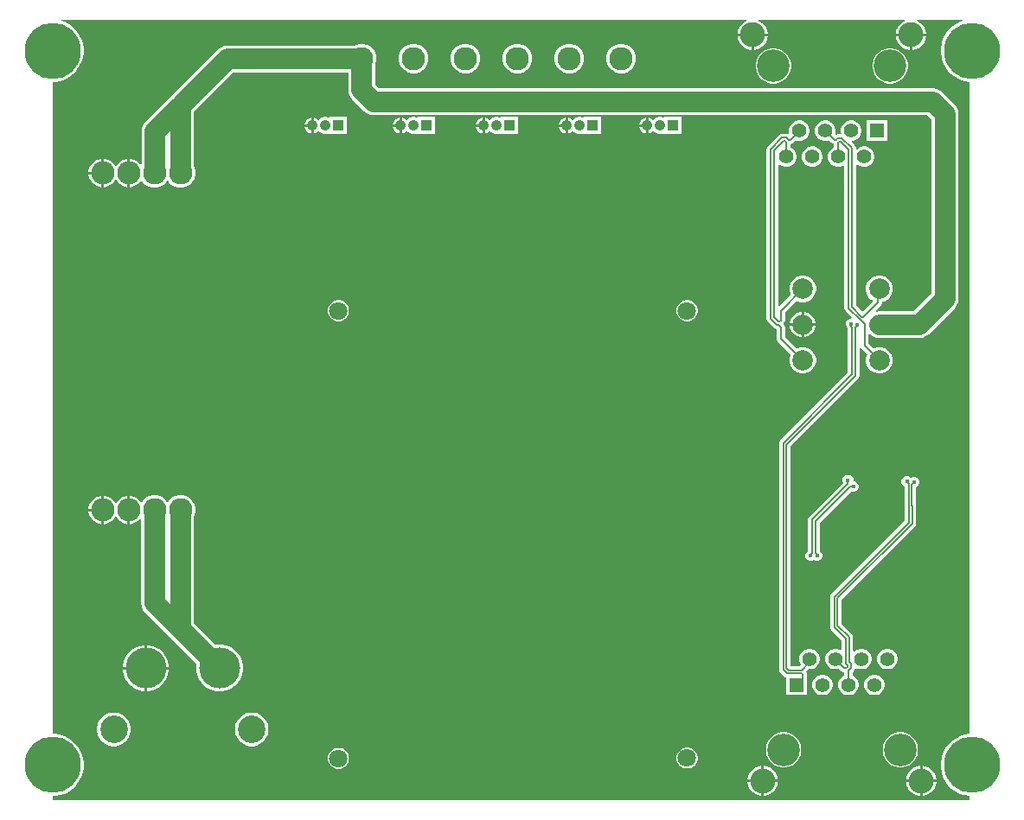
<source format=gbr>
%TF.GenerationSoftware,Altium Limited,Altium Designer,25.2.1 (25)*%
G04 Layer_Physical_Order=2*
G04 Layer_Color=16711680*
%FSLAX45Y45*%
%MOMM*%
%TF.SameCoordinates,918F7520-6D5E-4649-A0F8-73A0CF3CBC90*%
%TF.FilePolarity,Positive*%
%TF.FileFunction,Copper,L2,Bot,Signal*%
%TF.Part,Single*%
G01*
G75*
%TA.AperFunction,Conductor*%
%ADD16C,0.19691*%
%TA.AperFunction,ComponentPad*%
%ADD21C,1.40000*%
%ADD22C,2.45000*%
%ADD23C,3.20000*%
%ADD24R,1.40000X1.40000*%
%ADD25C,1.05000*%
%ADD26R,1.05000X1.05000*%
%ADD27C,1.80000*%
%ADD28C,2.28600*%
%ADD29C,2.70000*%
%ADD30C,4.00000*%
%TA.AperFunction,ViaPad*%
%ADD31C,5.50000*%
%TA.AperFunction,ComponentPad*%
%ADD32C,2.00000*%
%TA.AperFunction,ViaPad*%
%ADD33C,0.45000*%
%TA.AperFunction,Conductor*%
%ADD34C,2.00000*%
G36*
X9411991Y7792100D02*
X9382921Y7782654D01*
X9340145Y7760859D01*
X9301306Y7732641D01*
X9267359Y7698694D01*
X9239141Y7659855D01*
X9217346Y7617079D01*
X9202510Y7571421D01*
X9195000Y7524004D01*
Y7475996D01*
X9202510Y7428579D01*
X9217346Y7382921D01*
X9239141Y7340145D01*
X9267359Y7301306D01*
X9301306Y7267359D01*
X9340145Y7239141D01*
X9382921Y7217345D01*
X9428579Y7202510D01*
X9474734Y7195200D01*
Y804800D01*
X9428579Y797490D01*
X9382921Y782655D01*
X9340145Y760859D01*
X9301306Y732641D01*
X9267359Y698694D01*
X9239141Y659855D01*
X9217346Y617079D01*
X9202510Y571421D01*
X9195000Y524004D01*
Y475996D01*
X9202510Y428579D01*
X9217346Y382921D01*
X9239141Y340145D01*
X9267359Y301306D01*
X9301306Y267359D01*
X9340145Y239141D01*
X9382921Y217346D01*
X9428579Y202510D01*
X9474734Y195200D01*
Y152500D01*
X500000D01*
Y195000D01*
X524004D01*
X571421Y202510D01*
X617079Y217346D01*
X659855Y239141D01*
X698694Y267359D01*
X732641Y301306D01*
X760859Y340145D01*
X782655Y382921D01*
X797490Y428579D01*
X805000Y475996D01*
Y524004D01*
X797490Y571421D01*
X782655Y617079D01*
X760859Y659855D01*
X732641Y698694D01*
X698694Y732641D01*
X659855Y760859D01*
X617079Y782655D01*
X571421Y797490D01*
X524004Y805000D01*
X500000D01*
Y7195000D01*
X524004D01*
X571421Y7202510D01*
X617079Y7217345D01*
X659855Y7239141D01*
X698694Y7267359D01*
X732641Y7301306D01*
X760859Y7340145D01*
X782655Y7382921D01*
X797490Y7428579D01*
X805000Y7475996D01*
Y7524004D01*
X797490Y7571421D01*
X782655Y7617079D01*
X760859Y7659855D01*
X732641Y7698694D01*
X698694Y7732641D01*
X659855Y7760859D01*
X617079Y7782654D01*
X588009Y7792100D01*
X590021Y7804800D01*
X7295482D01*
X7298008Y7792100D01*
X7283443Y7786067D01*
X7259219Y7769881D01*
X7238619Y7749281D01*
X7222433Y7725057D01*
X7211284Y7698141D01*
X7205600Y7669567D01*
Y7667700D01*
X7353500D01*
X7501400D01*
Y7669567D01*
X7495716Y7698141D01*
X7484567Y7725057D01*
X7468381Y7749281D01*
X7447781Y7769881D01*
X7423557Y7786067D01*
X7408992Y7792100D01*
X7411519Y7804800D01*
X8845482D01*
X8848008Y7792100D01*
X8833443Y7786067D01*
X8809219Y7769881D01*
X8788619Y7749281D01*
X8772433Y7725057D01*
X8761284Y7698141D01*
X8755600Y7669567D01*
Y7667700D01*
X8903501D01*
X9051400D01*
Y7669567D01*
X9045716Y7698141D01*
X9034567Y7725057D01*
X9018381Y7749281D01*
X8997781Y7769881D01*
X8973557Y7786067D01*
X8958992Y7792100D01*
X8961519Y7804800D01*
X9409979D01*
X9411991Y7792100D01*
D02*
G37*
%LPC*%
G36*
X9051400Y7642300D02*
X8916201D01*
Y7507100D01*
X8918067D01*
X8946641Y7512784D01*
X8973557Y7523933D01*
X8997781Y7540119D01*
X9018381Y7560719D01*
X9034567Y7584943D01*
X9045716Y7611859D01*
X9051400Y7640433D01*
Y7642300D01*
D02*
G37*
G36*
X8890801D02*
X8755600D01*
Y7640433D01*
X8761284Y7611859D01*
X8772433Y7584943D01*
X8788619Y7560719D01*
X8809219Y7540119D01*
X8833443Y7523933D01*
X8860359Y7512784D01*
X8888933Y7507100D01*
X8890801D01*
Y7642300D01*
D02*
G37*
G36*
X7501400D02*
X7366200D01*
Y7507100D01*
X7368067D01*
X7396641Y7512784D01*
X7423557Y7523933D01*
X7447781Y7540119D01*
X7468381Y7560719D01*
X7484567Y7584943D01*
X7495716Y7611859D01*
X7501400Y7640433D01*
Y7642300D01*
D02*
G37*
G36*
X7340800D02*
X7205600D01*
Y7640433D01*
X7211284Y7611859D01*
X7222433Y7584943D01*
X7238619Y7560719D01*
X7259219Y7540119D01*
X7283443Y7523933D01*
X7310359Y7512784D01*
X7338933Y7507100D01*
X7340800D01*
Y7642300D01*
D02*
G37*
G36*
X6085398Y7567300D02*
X6047403D01*
X6010702Y7557466D01*
X5977798Y7538469D01*
X5950931Y7511602D01*
X5931934Y7478698D01*
X5922100Y7441997D01*
Y7404002D01*
X5931934Y7367302D01*
X5950931Y7334398D01*
X5977798Y7307531D01*
X6010702Y7288534D01*
X6047403Y7278700D01*
X6085398D01*
X6122098Y7288534D01*
X6155002Y7307531D01*
X6181869Y7334398D01*
X6200866Y7367302D01*
X6210700Y7404002D01*
Y7441997D01*
X6200866Y7478698D01*
X6181869Y7511602D01*
X6155002Y7538469D01*
X6122098Y7557466D01*
X6085398Y7567300D01*
D02*
G37*
G36*
X5577398D02*
X5539403D01*
X5502702Y7557466D01*
X5469798Y7538469D01*
X5442931Y7511602D01*
X5423934Y7478698D01*
X5414100Y7441997D01*
Y7404002D01*
X5423934Y7367302D01*
X5442931Y7334398D01*
X5469798Y7307531D01*
X5502702Y7288534D01*
X5539403Y7278700D01*
X5577398D01*
X5614098Y7288534D01*
X5647002Y7307531D01*
X5673869Y7334398D01*
X5692866Y7367302D01*
X5702700Y7404002D01*
Y7441997D01*
X5692866Y7478698D01*
X5673869Y7511602D01*
X5647002Y7538469D01*
X5614098Y7557466D01*
X5577398Y7567300D01*
D02*
G37*
G36*
X5069398D02*
X5031403D01*
X4994702Y7557466D01*
X4961798Y7538469D01*
X4934931Y7511602D01*
X4915934Y7478698D01*
X4906100Y7441997D01*
Y7404002D01*
X4915934Y7367302D01*
X4934931Y7334398D01*
X4961798Y7307531D01*
X4994702Y7288534D01*
X5031403Y7278700D01*
X5069398D01*
X5106098Y7288534D01*
X5139002Y7307531D01*
X5165869Y7334398D01*
X5184866Y7367302D01*
X5194700Y7404002D01*
Y7441997D01*
X5184866Y7478698D01*
X5165869Y7511602D01*
X5139002Y7538469D01*
X5106098Y7557466D01*
X5069398Y7567300D01*
D02*
G37*
G36*
X4561398D02*
X4523403D01*
X4486702Y7557466D01*
X4453798Y7538469D01*
X4426931Y7511602D01*
X4407934Y7478698D01*
X4398100Y7441997D01*
Y7404002D01*
X4407934Y7367302D01*
X4426931Y7334398D01*
X4453798Y7307531D01*
X4486702Y7288534D01*
X4523403Y7278700D01*
X4561398D01*
X4598098Y7288534D01*
X4631002Y7307531D01*
X4657869Y7334398D01*
X4676866Y7367302D01*
X4686700Y7404002D01*
Y7441997D01*
X4676866Y7478698D01*
X4657869Y7511602D01*
X4631002Y7538469D01*
X4598098Y7557466D01*
X4561398Y7567300D01*
D02*
G37*
G36*
X4053398D02*
X4015403D01*
X3978702Y7557466D01*
X3945798Y7538469D01*
X3918931Y7511602D01*
X3899934Y7478698D01*
X3890100Y7441997D01*
Y7404002D01*
X3899934Y7367302D01*
X3918931Y7334398D01*
X3945798Y7307531D01*
X3978702Y7288534D01*
X4015403Y7278700D01*
X4053398D01*
X4090098Y7288534D01*
X4123002Y7307531D01*
X4149869Y7334398D01*
X4168866Y7367302D01*
X4178700Y7404002D01*
Y7441997D01*
X4168866Y7478698D01*
X4149869Y7511602D01*
X4123002Y7538469D01*
X4090098Y7557466D01*
X4053398Y7567300D01*
D02*
G37*
G36*
X8716941Y7522000D02*
X8683060D01*
X8649830Y7515390D01*
X8618528Y7502424D01*
X8590356Y7483601D01*
X8566399Y7459644D01*
X8547576Y7431473D01*
X8534610Y7400171D01*
X8528000Y7366941D01*
Y7333060D01*
X8534610Y7299829D01*
X8547576Y7268528D01*
X8566399Y7240356D01*
X8590356Y7216399D01*
X8618528Y7197576D01*
X8649830Y7184610D01*
X8683060Y7178000D01*
X8716941D01*
X8750171Y7184610D01*
X8781473Y7197576D01*
X8809644Y7216399D01*
X8833601Y7240356D01*
X8852425Y7268528D01*
X8865390Y7299829D01*
X8872000Y7333060D01*
Y7366941D01*
X8865390Y7400171D01*
X8852425Y7431473D01*
X8833601Y7459644D01*
X8809644Y7483601D01*
X8781473Y7502424D01*
X8750171Y7515390D01*
X8716941Y7522000D01*
D02*
G37*
G36*
X7573941D02*
X7540060D01*
X7506830Y7515390D01*
X7475528Y7502424D01*
X7447356Y7483601D01*
X7423399Y7459644D01*
X7404576Y7431473D01*
X7391610Y7400171D01*
X7385000Y7366941D01*
Y7333060D01*
X7391610Y7299829D01*
X7404576Y7268528D01*
X7423399Y7240356D01*
X7447356Y7216399D01*
X7475528Y7197576D01*
X7506830Y7184610D01*
X7540060Y7178000D01*
X7573941D01*
X7607171Y7184610D01*
X7638473Y7197576D01*
X7666644Y7216399D01*
X7690601Y7240356D01*
X7709425Y7268528D01*
X7722390Y7299829D01*
X7729000Y7333060D01*
Y7366941D01*
X7722390Y7400171D01*
X7709425Y7431473D01*
X7690601Y7459644D01*
X7666644Y7483601D01*
X7638473Y7502424D01*
X7607171Y7515390D01*
X7573941Y7522000D01*
D02*
G37*
G36*
X6656900Y6849300D02*
X6491900D01*
Y6849071D01*
X6480901Y6842721D01*
X6479244Y6843678D01*
X6458261Y6849300D01*
X6436539D01*
X6415556Y6843678D01*
X6396744Y6832816D01*
X6381384Y6817457D01*
X6380082Y6817285D01*
X6368232Y6829135D01*
X6350468Y6839391D01*
X6333100Y6844045D01*
Y6766800D01*
Y6689555D01*
X6350468Y6694209D01*
X6368232Y6704465D01*
X6380082Y6716315D01*
X6381384Y6716144D01*
X6396744Y6700784D01*
X6415556Y6689922D01*
X6436539Y6684300D01*
X6458261D01*
X6479244Y6689922D01*
X6480901Y6690879D01*
X6491900Y6684529D01*
Y6684300D01*
X6656900D01*
Y6849300D01*
D02*
G37*
G36*
X5869500D02*
X5704500D01*
Y6849071D01*
X5693501Y6842721D01*
X5691844Y6843678D01*
X5670861Y6849300D01*
X5649139D01*
X5628156Y6843678D01*
X5609344Y6832816D01*
X5593984Y6817457D01*
X5592682Y6817285D01*
X5580832Y6829135D01*
X5563068Y6839391D01*
X5545700Y6844045D01*
Y6766800D01*
Y6689555D01*
X5563068Y6694209D01*
X5580832Y6704465D01*
X5592682Y6716315D01*
X5593984Y6716144D01*
X5609344Y6700784D01*
X5628156Y6689922D01*
X5649139Y6684300D01*
X5670861D01*
X5691844Y6689922D01*
X5693501Y6690879D01*
X5704500Y6684529D01*
Y6684300D01*
X5869500D01*
Y6849300D01*
D02*
G37*
G36*
X5056700D02*
X4891700D01*
Y6849071D01*
X4880701Y6842721D01*
X4879044Y6843678D01*
X4858061Y6849300D01*
X4836339D01*
X4815356Y6843678D01*
X4796544Y6832816D01*
X4781184Y6817457D01*
X4779882Y6817285D01*
X4768032Y6829135D01*
X4750268Y6839391D01*
X4732900Y6844045D01*
Y6766800D01*
Y6689555D01*
X4750268Y6694209D01*
X4768032Y6704465D01*
X4779882Y6716315D01*
X4781184Y6716144D01*
X4796544Y6700784D01*
X4815356Y6689922D01*
X4836339Y6684300D01*
X4858061D01*
X4879044Y6689922D01*
X4880701Y6690879D01*
X4891700Y6684529D01*
Y6684300D01*
X5056700D01*
Y6849300D01*
D02*
G37*
G36*
X4243900D02*
X4078900D01*
Y6849071D01*
X4067901Y6842721D01*
X4066244Y6843678D01*
X4045261Y6849300D01*
X4023539D01*
X4002556Y6843678D01*
X3983744Y6832816D01*
X3968384Y6817457D01*
X3967082Y6817285D01*
X3955232Y6829135D01*
X3937468Y6839391D01*
X3920100Y6844045D01*
Y6766800D01*
Y6689555D01*
X3937468Y6694209D01*
X3955232Y6704465D01*
X3967082Y6716315D01*
X3968384Y6716144D01*
X3983744Y6700784D01*
X4002556Y6689922D01*
X4023539Y6684300D01*
X4045261D01*
X4066244Y6689922D01*
X4067901Y6690879D01*
X4078900Y6684529D01*
Y6684300D01*
X4243900D01*
Y6849300D01*
D02*
G37*
G36*
X3380300D02*
X3215300D01*
Y6849071D01*
X3204301Y6842721D01*
X3202644Y6843678D01*
X3181661Y6849300D01*
X3159939D01*
X3138956Y6843678D01*
X3120144Y6832816D01*
X3104784Y6817457D01*
X3103482Y6817285D01*
X3091632Y6829135D01*
X3073868Y6839391D01*
X3056500Y6844045D01*
Y6766800D01*
Y6689555D01*
X3073868Y6694209D01*
X3091632Y6704465D01*
X3103482Y6716315D01*
X3104784Y6716144D01*
X3120144Y6700784D01*
X3138956Y6689922D01*
X3159939Y6684300D01*
X3181661D01*
X3202644Y6689922D01*
X3204301Y6690879D01*
X3215300Y6684529D01*
Y6684300D01*
X3380300D01*
Y6849300D01*
D02*
G37*
G36*
X6307700Y6844045D02*
X6290332Y6839391D01*
X6272568Y6829135D01*
X6258065Y6814632D01*
X6247809Y6796868D01*
X6243155Y6779500D01*
X6307700D01*
Y6844045D01*
D02*
G37*
G36*
X5520300D02*
X5502932Y6839391D01*
X5485168Y6829135D01*
X5470665Y6814632D01*
X5460409Y6796868D01*
X5455755Y6779500D01*
X5520300D01*
Y6844045D01*
D02*
G37*
G36*
X4707500D02*
X4690132Y6839391D01*
X4672368Y6829135D01*
X4657865Y6814632D01*
X4647609Y6796868D01*
X4642955Y6779500D01*
X4707500D01*
Y6844045D01*
D02*
G37*
G36*
X3894700D02*
X3877332Y6839391D01*
X3859568Y6829135D01*
X3845065Y6814632D01*
X3834809Y6796868D01*
X3830155Y6779500D01*
X3894700D01*
Y6844045D01*
D02*
G37*
G36*
X3031100D02*
X3013732Y6839391D01*
X2995968Y6829135D01*
X2981465Y6814632D01*
X2971209Y6796868D01*
X2966555Y6779500D01*
X3031100D01*
Y6844045D01*
D02*
G37*
G36*
X6307700Y6754100D02*
X6243155D01*
X6247809Y6736732D01*
X6258065Y6718968D01*
X6272568Y6704465D01*
X6290332Y6694209D01*
X6307700Y6689555D01*
Y6754100D01*
D02*
G37*
G36*
X5520300D02*
X5455755D01*
X5460409Y6736732D01*
X5470665Y6718968D01*
X5485168Y6704465D01*
X5502932Y6694209D01*
X5520300Y6689555D01*
Y6754100D01*
D02*
G37*
G36*
X4707500D02*
X4642955D01*
X4647609Y6736732D01*
X4657865Y6718968D01*
X4672368Y6704465D01*
X4690132Y6694209D01*
X4707500Y6689555D01*
Y6754100D01*
D02*
G37*
G36*
X3894700D02*
X3830155D01*
X3834809Y6736732D01*
X3845065Y6718968D01*
X3859568Y6704465D01*
X3877332Y6694209D01*
X3894700Y6689555D01*
Y6754100D01*
D02*
G37*
G36*
X3031100D02*
X2966555D01*
X2971209Y6736732D01*
X2981465Y6718968D01*
X2995968Y6704465D01*
X3013732Y6694209D01*
X3031100Y6689555D01*
Y6754100D01*
D02*
G37*
G36*
X7824165Y6815000D02*
X7797835D01*
X7772402Y6808185D01*
X7749599Y6795020D01*
X7730980Y6776401D01*
X7717815Y6753598D01*
X7711000Y6728165D01*
Y6701835D01*
X7714004Y6690624D01*
X7702974Y6682720D01*
X7701429Y6683752D01*
X7685882Y6686845D01*
X7642737D01*
X7627190Y6683752D01*
X7614010Y6674946D01*
X7502536Y6563472D01*
X7493729Y6550292D01*
X7490637Y6534745D01*
Y4871256D01*
X7493729Y4855709D01*
X7502536Y4842530D01*
X7559994Y4785071D01*
X7573174Y4776264D01*
X7587158Y4773483D01*
X7589359Y4771282D01*
Y4680676D01*
X7592451Y4665129D01*
X7601258Y4651949D01*
X7728624Y4524583D01*
X7723679Y4516018D01*
X7714820Y4482955D01*
Y4448725D01*
X7723679Y4415662D01*
X7740795Y4386018D01*
X7764998Y4361814D01*
X7794642Y4344699D01*
X7827705Y4335840D01*
X7861935D01*
X7894998Y4344699D01*
X7924642Y4361814D01*
X7948846Y4386018D01*
X7965961Y4415662D01*
X7974820Y4448725D01*
Y4482955D01*
X7965961Y4516018D01*
X7948846Y4545662D01*
X7924642Y4569866D01*
X7894998Y4586981D01*
X7861935Y4595840D01*
X7827705D01*
X7794642Y4586981D01*
X7786078Y4582036D01*
X7670610Y4697503D01*
Y4788110D01*
X7667518Y4803657D01*
X7658711Y4816837D01*
Y4828996D01*
X7667518Y4842176D01*
X7670610Y4857723D01*
Y4934177D01*
X7786078Y5049644D01*
X7794642Y5044699D01*
X7827705Y5035840D01*
X7861935D01*
X7894998Y5044699D01*
X7924642Y5061814D01*
X7948846Y5086018D01*
X7965961Y5115662D01*
X7974820Y5148725D01*
Y5182955D01*
X7965961Y5216018D01*
X7948846Y5245662D01*
X7924642Y5269866D01*
X7894998Y5286981D01*
X7861935Y5295840D01*
X7827705D01*
X7794642Y5286981D01*
X7764998Y5269866D01*
X7740795Y5245662D01*
X7723679Y5216018D01*
X7714820Y5182955D01*
Y5148725D01*
X7723679Y5115662D01*
X7728624Y5107097D01*
X7616012Y4994485D01*
X7604279Y4999346D01*
Y6382707D01*
X7616012Y6387567D01*
X7622599Y6380980D01*
X7645402Y6367815D01*
X7670835Y6361000D01*
X7697165D01*
X7722598Y6367815D01*
X7745401Y6380980D01*
X7764020Y6399599D01*
X7777185Y6422402D01*
X7784000Y6447835D01*
Y6474165D01*
X7777185Y6499598D01*
X7764020Y6522401D01*
X7745401Y6541020D01*
X7724626Y6553015D01*
Y6586062D01*
X7737754Y6588673D01*
X7750933Y6597480D01*
X7774663Y6621209D01*
X7797835Y6615000D01*
X7824165D01*
X7849598Y6621815D01*
X7872401Y6634980D01*
X7891020Y6653599D01*
X7904185Y6676402D01*
X7911000Y6701835D01*
Y6728165D01*
X7904185Y6753598D01*
X7891020Y6776401D01*
X7872401Y6795020D01*
X7849598Y6808185D01*
X7824165Y6815000D01*
D02*
G37*
G36*
X8673000D02*
X8473000D01*
Y6615000D01*
X8673000D01*
Y6815000D01*
D02*
G37*
G36*
X1233300Y6441700D02*
X1227608D01*
X1192078Y6432180D01*
X1160222Y6413788D01*
X1134212Y6387778D01*
X1125350Y6372428D01*
X1112650D01*
X1103788Y6387778D01*
X1077778Y6413788D01*
X1045922Y6432180D01*
X1010392Y6441700D01*
X1004700D01*
Y6302000D01*
Y6162300D01*
X1010392D01*
X1045922Y6171821D01*
X1077778Y6190212D01*
X1103788Y6216222D01*
X1112650Y6231572D01*
X1125350D01*
X1134212Y6216222D01*
X1160222Y6190212D01*
X1192078Y6171821D01*
X1227608Y6162300D01*
X1233300D01*
Y6302000D01*
Y6441700D01*
D02*
G37*
G36*
X3545398Y7567300D02*
X3507403D01*
X3470702Y7557466D01*
X3455431Y7548649D01*
X2215028D01*
X2181091Y7544182D01*
X2149467Y7531082D01*
X2122310Y7510245D01*
X2122310Y7510244D01*
X1661283Y7049217D01*
X1661282Y7049216D01*
X1412755Y6800689D01*
X1391917Y6773533D01*
X1378818Y6741909D01*
X1374350Y6707972D01*
X1374351Y6707970D01*
Y6384491D01*
X1361651Y6381088D01*
X1357788Y6387778D01*
X1331778Y6413788D01*
X1299922Y6432180D01*
X1264392Y6441700D01*
X1258700D01*
Y6302000D01*
Y6162300D01*
X1264392D01*
X1299922Y6171821D01*
X1331778Y6190212D01*
X1357788Y6216222D01*
X1363994Y6226972D01*
X1376694D01*
X1384531Y6213398D01*
X1411398Y6186531D01*
X1444302Y6167534D01*
X1481003Y6157700D01*
X1518997D01*
X1555698Y6167534D01*
X1588602Y6186531D01*
X1615469Y6213398D01*
X1620650Y6222372D01*
X1633350D01*
X1638531Y6213398D01*
X1665398Y6186531D01*
X1698302Y6167534D01*
X1735003Y6157700D01*
X1772997D01*
X1809698Y6167534D01*
X1842602Y6186531D01*
X1869469Y6213398D01*
X1888466Y6246302D01*
X1898300Y6283003D01*
Y6320998D01*
X1888466Y6357698D01*
X1885122Y6363490D01*
Y6902188D01*
X2269340Y7286406D01*
X3395278D01*
Y7114660D01*
X3395278Y7114658D01*
X3399746Y7080721D01*
X3412845Y7049097D01*
X3433683Y7021940D01*
X3550840Y6904783D01*
X3577997Y6883945D01*
X3609621Y6870846D01*
X3643558Y6866378D01*
X3643560Y6866378D01*
X9066030D01*
X9106378Y6826030D01*
Y5124312D01*
X8929027Y4946962D01*
X8594820D01*
X8586300Y4945840D01*
X8577705D01*
X8569403Y4943615D01*
X8565133Y4943053D01*
X8559176Y4955056D01*
X8611697Y5007577D01*
X8620503Y5020757D01*
X8623596Y5036304D01*
Y5038965D01*
X8644998Y5044699D01*
X8674642Y5061814D01*
X8698846Y5086018D01*
X8715961Y5115662D01*
X8724820Y5148725D01*
Y5182955D01*
X8715961Y5216018D01*
X8698846Y5245662D01*
X8674642Y5269866D01*
X8644998Y5286981D01*
X8611935Y5295840D01*
X8577705D01*
X8544642Y5286981D01*
X8514998Y5269866D01*
X8490795Y5245662D01*
X8473680Y5216018D01*
X8464820Y5182955D01*
Y5148725D01*
X8473680Y5115662D01*
X8490795Y5086018D01*
X8514998Y5061814D01*
X8528806Y5053843D01*
X8530464Y5041251D01*
X8430284Y4941071D01*
X8364553Y5006802D01*
Y6383065D01*
X8377253Y6388326D01*
X8384599Y6380980D01*
X8407402Y6367815D01*
X8432835Y6361000D01*
X8459165D01*
X8484598Y6367815D01*
X8507401Y6380980D01*
X8526020Y6399599D01*
X8539185Y6422402D01*
X8546000Y6447835D01*
Y6474165D01*
X8539185Y6499598D01*
X8526020Y6522401D01*
X8507401Y6541020D01*
X8484598Y6554185D01*
X8459165Y6561000D01*
X8432835D01*
X8407402Y6554185D01*
X8384599Y6541020D01*
X8377253Y6533674D01*
X8364553Y6538935D01*
Y6545372D01*
X8361461Y6560919D01*
X8352654Y6574099D01*
X8323486Y6603267D01*
X8328346Y6615000D01*
X8332165D01*
X8357598Y6621815D01*
X8380401Y6634980D01*
X8399020Y6653599D01*
X8412185Y6676402D01*
X8419000Y6701835D01*
Y6728165D01*
X8412185Y6753598D01*
X8399020Y6776401D01*
X8380401Y6795020D01*
X8357598Y6808185D01*
X8332165Y6815000D01*
X8305835D01*
X8280402Y6808185D01*
X8257599Y6795020D01*
X8238980Y6776401D01*
X8225815Y6753598D01*
X8219000Y6728165D01*
Y6701835D01*
X8221681Y6691829D01*
X8213950Y6681753D01*
X8185027D01*
X8172077Y6679177D01*
X8164769Y6684469D01*
X8161445Y6688566D01*
X8165000Y6701835D01*
Y6728165D01*
X8158185Y6753598D01*
X8145020Y6776401D01*
X8126401Y6795020D01*
X8103598Y6808185D01*
X8078165Y6815000D01*
X8051835D01*
X8026402Y6808185D01*
X8003599Y6795020D01*
X7984980Y6776401D01*
X7971815Y6753598D01*
X7965000Y6728165D01*
Y6701835D01*
X7971815Y6676402D01*
X7984980Y6653599D01*
X8003599Y6634980D01*
X8026402Y6621815D01*
X8051835Y6615000D01*
X8078165D01*
X8101337Y6621209D01*
X8125067Y6597480D01*
X8138247Y6588673D01*
X8146283Y6587075D01*
Y6550075D01*
X8130599Y6541020D01*
X8111980Y6522401D01*
X8098815Y6499598D01*
X8092000Y6474165D01*
Y6447835D01*
X8098815Y6422402D01*
X8111980Y6399599D01*
X8130599Y6380980D01*
X8153402Y6367815D01*
X8178835Y6361000D01*
X8205165D01*
X8230598Y6367815D01*
X8239912Y6373192D01*
X8250911Y6366842D01*
Y4976558D01*
X8254003Y4961011D01*
X8262810Y4947831D01*
X8323870Y4886771D01*
X8318610Y4874071D01*
X8305536D01*
X8286241Y4866078D01*
X8271472Y4851309D01*
X8263480Y4832014D01*
Y4811128D01*
X8271472Y4791832D01*
X8286241Y4777064D01*
X8287075Y4776718D01*
Y4343736D01*
X7625155Y3681816D01*
X7616349Y3668636D01*
X7613256Y3653089D01*
Y1436077D01*
X7616349Y1420530D01*
X7625155Y1407350D01*
X7664042Y1368464D01*
X7677222Y1359657D01*
X7684000Y1358309D01*
Y1185000D01*
X7884000D01*
Y1341230D01*
X7884780Y1345155D01*
Y1385656D01*
X7881688Y1401202D01*
X7873680Y1413187D01*
X7899492Y1439000D01*
X7924165D01*
X7949598Y1445815D01*
X7972401Y1458980D01*
X7991020Y1477599D01*
X8004185Y1500402D01*
X8011000Y1525835D01*
Y1552165D01*
X8004185Y1577598D01*
X7991020Y1600401D01*
X7972401Y1619020D01*
X7949598Y1632185D01*
X7924165Y1639000D01*
X7897835D01*
X7872402Y1632185D01*
X7849599Y1619020D01*
X7830980Y1600401D01*
X7817815Y1577598D01*
X7811000Y1552165D01*
Y1525835D01*
X7817815Y1500402D01*
X7828127Y1482541D01*
X7815792Y1470207D01*
X7726899D01*
Y3622845D01*
X8388818Y4284765D01*
X8397625Y4297945D01*
X8400718Y4313492D01*
Y4584172D01*
X8403173Y4586151D01*
X8420185Y4583550D01*
X8421248Y4581959D01*
X8478624Y4524583D01*
X8473680Y4516018D01*
X8464820Y4482955D01*
Y4448725D01*
X8473680Y4415662D01*
X8490795Y4386018D01*
X8514998Y4361814D01*
X8544642Y4344699D01*
X8577705Y4335840D01*
X8611935D01*
X8644998Y4344699D01*
X8674642Y4361814D01*
X8698846Y4386018D01*
X8715961Y4415662D01*
X8724820Y4448725D01*
Y4482955D01*
X8715961Y4516018D01*
X8698846Y4545662D01*
X8674642Y4569866D01*
X8644998Y4586981D01*
X8611935Y4595840D01*
X8577705D01*
X8544642Y4586981D01*
X8536078Y4582036D01*
X8490600Y4627513D01*
Y4717251D01*
X8498264Y4721163D01*
X8503300Y4722204D01*
X8508923Y4717890D01*
X8514998Y4711814D01*
X8522441Y4707517D01*
X8529260Y4702285D01*
X8537199Y4698997D01*
X8544642Y4694699D01*
X8552945Y4692475D01*
X8560884Y4689186D01*
X8569403Y4688065D01*
X8577705Y4685840D01*
X8586300D01*
X8594820Y4684718D01*
X8983338D01*
X8983340Y4684718D01*
X9017277Y4689186D01*
X9048901Y4702285D01*
X9076057Y4723123D01*
X9330216Y4977282D01*
X9330217Y4977283D01*
X9351055Y5004439D01*
X9364154Y5036063D01*
X9368622Y5070000D01*
X9368622Y5070002D01*
Y6880341D01*
X9368622Y6880343D01*
X9364154Y6914279D01*
X9351055Y6945903D01*
X9330217Y6973060D01*
X9213060Y7090217D01*
X9185903Y7111055D01*
X9154279Y7124154D01*
X9120342Y7128622D01*
X9120340Y7128622D01*
X3697870D01*
X3657522Y7168970D01*
Y7361510D01*
X3660866Y7367302D01*
X3670700Y7404002D01*
Y7441997D01*
X3660866Y7478698D01*
X3641869Y7511602D01*
X3615002Y7538469D01*
X3582098Y7557466D01*
X3545398Y7567300D01*
D02*
G37*
G36*
X7951165Y6561000D02*
X7924835D01*
X7899402Y6554185D01*
X7876599Y6541020D01*
X7857980Y6522401D01*
X7844815Y6499598D01*
X7838000Y6474165D01*
Y6447835D01*
X7844815Y6422402D01*
X7857980Y6399599D01*
X7876599Y6380980D01*
X7899402Y6367815D01*
X7924835Y6361000D01*
X7951165D01*
X7976598Y6367815D01*
X7999401Y6380980D01*
X8018020Y6399599D01*
X8031185Y6422402D01*
X8038000Y6447835D01*
Y6474165D01*
X8031185Y6499598D01*
X8018020Y6522401D01*
X7999401Y6541020D01*
X7976598Y6554185D01*
X7951165Y6561000D01*
D02*
G37*
G36*
X979300Y6441700D02*
X973608D01*
X938078Y6432180D01*
X906222Y6413788D01*
X880212Y6387778D01*
X861820Y6355922D01*
X852300Y6320392D01*
Y6314700D01*
X979300D01*
Y6441700D01*
D02*
G37*
G36*
Y6289300D02*
X852300D01*
Y6283608D01*
X861820Y6248078D01*
X880212Y6216222D01*
X906222Y6190212D01*
X938078Y6171821D01*
X973608Y6162300D01*
X979300D01*
Y6289300D01*
D02*
G37*
G36*
X6726294Y5054127D02*
X6699437D01*
X6673495Y5047176D01*
X6650236Y5033747D01*
X6631245Y5014756D01*
X6617817Y4991498D01*
X6610866Y4965555D01*
Y4938699D01*
X6617817Y4912756D01*
X6631245Y4889498D01*
X6650236Y4870507D01*
X6673495Y4857078D01*
X6699437Y4850127D01*
X6726294D01*
X6752236Y4857078D01*
X6775495Y4870507D01*
X6794486Y4889498D01*
X6807914Y4912756D01*
X6814865Y4938699D01*
Y4965555D01*
X6807914Y4991498D01*
X6794486Y5014756D01*
X6775495Y5033747D01*
X6752236Y5047176D01*
X6726294Y5054127D01*
D02*
G37*
G36*
X3312534D02*
X3285677D01*
X3259735Y5047176D01*
X3236476Y5033747D01*
X3217485Y5014756D01*
X3204057Y4991498D01*
X3197106Y4965555D01*
Y4938699D01*
X3204057Y4912756D01*
X3217485Y4889498D01*
X3236476Y4870507D01*
X3259735Y4857078D01*
X3285677Y4850127D01*
X3312534D01*
X3338476Y4857078D01*
X3361735Y4870507D01*
X3380726Y4889498D01*
X3394154Y4912756D01*
X3401105Y4938699D01*
Y4965555D01*
X3394154Y4991498D01*
X3380726Y5014756D01*
X3361735Y5033747D01*
X3338476Y5047176D01*
X3312534Y5054127D01*
D02*
G37*
G36*
X7861329Y4941240D02*
X7857520D01*
Y4828540D01*
X7970220D01*
Y4832349D01*
X7961674Y4864242D01*
X7945165Y4892837D01*
X7921818Y4916185D01*
X7893223Y4932694D01*
X7861329Y4941240D01*
D02*
G37*
G36*
X7832120D02*
X7828311D01*
X7796418Y4932694D01*
X7767823Y4916185D01*
X7744475Y4892837D01*
X7727966Y4864242D01*
X7719420Y4832349D01*
Y4828540D01*
X7832120D01*
Y4941240D01*
D02*
G37*
G36*
X7970220Y4803140D02*
X7857520D01*
Y4690440D01*
X7861329D01*
X7893223Y4698986D01*
X7921818Y4715495D01*
X7945165Y4738843D01*
X7961674Y4767438D01*
X7970220Y4799331D01*
Y4803140D01*
D02*
G37*
G36*
X7832120D02*
X7719420D01*
Y4799331D01*
X7727966Y4767438D01*
X7744475Y4738843D01*
X7767823Y4715495D01*
X7796418Y4698986D01*
X7828311Y4690440D01*
X7832120D01*
Y4803140D01*
D02*
G37*
G36*
X8297122Y3343521D02*
X8276236D01*
X8256940Y3335529D01*
X8242171Y3320760D01*
X8234179Y3301464D01*
Y3280578D01*
X8240204Y3266033D01*
X7907746Y2933575D01*
X7898940Y2920395D01*
X7895847Y2904848D01*
Y2597419D01*
X7891180Y2595486D01*
X7876411Y2580717D01*
X7868419Y2561422D01*
Y2540536D01*
X7876411Y2521240D01*
X7891180Y2506471D01*
X7910476Y2498479D01*
X7931362D01*
X7950657Y2506471D01*
X7952669Y2508483D01*
X7954680Y2506471D01*
X7973976Y2498479D01*
X7994862D01*
X8014157Y2506471D01*
X8028926Y2521240D01*
X8036918Y2540536D01*
Y2561422D01*
X8028926Y2580717D01*
X8014157Y2595486D01*
X8009490Y2597419D01*
Y2874604D01*
X8316751Y3181865D01*
X8331297Y3175840D01*
X8352183D01*
X8371479Y3183833D01*
X8386247Y3198601D01*
X8394240Y3217897D01*
Y3238783D01*
X8386247Y3258079D01*
X8371479Y3272847D01*
X8352183Y3280840D01*
X8339178D01*
Y3301464D01*
X8331186Y3320760D01*
X8316417Y3335529D01*
X8297122Y3343521D01*
D02*
G37*
G36*
X1772997Y3144300D02*
X1735003D01*
X1698302Y3134466D01*
X1665398Y3115469D01*
X1638531Y3088602D01*
X1633350Y3079628D01*
X1620650D01*
X1615469Y3088602D01*
X1588602Y3115469D01*
X1555698Y3134466D01*
X1518997Y3144300D01*
X1481003D01*
X1444302Y3134466D01*
X1411398Y3115469D01*
X1384531Y3088602D01*
X1376694Y3075028D01*
X1363994D01*
X1357788Y3085778D01*
X1331778Y3111788D01*
X1299922Y3130180D01*
X1264392Y3139700D01*
X1258700D01*
Y3000000D01*
Y2860300D01*
X1264392D01*
X1299922Y2869821D01*
X1331778Y2888212D01*
X1356178Y2912613D01*
X1368878Y2910336D01*
Y2085002D01*
X1368878Y2085000D01*
X1373346Y2051063D01*
X1386445Y2019439D01*
X1407283Y1992283D01*
X1661282Y1738284D01*
X1661283Y1738283D01*
X1908636Y1490930D01*
X1905000Y1472653D01*
Y1427347D01*
X1913839Y1382912D01*
X1931177Y1341054D01*
X1956348Y1303384D01*
X1988384Y1271348D01*
X2026054Y1246177D01*
X2067912Y1228839D01*
X2112347Y1220000D01*
X2157653D01*
X2202089Y1228839D01*
X2243946Y1246177D01*
X2281616Y1271348D01*
X2313652Y1303384D01*
X2338823Y1341054D01*
X2356161Y1382912D01*
X2365000Y1427347D01*
Y1472653D01*
X2356161Y1517089D01*
X2338823Y1558946D01*
X2313652Y1596616D01*
X2281616Y1628653D01*
X2243946Y1653823D01*
X2202089Y1671161D01*
X2157653Y1680000D01*
X2112347D01*
X2094070Y1676364D01*
X1885122Y1885313D01*
Y2938510D01*
X1888466Y2944302D01*
X1898300Y2981003D01*
Y3018998D01*
X1888466Y3055698D01*
X1869469Y3088602D01*
X1842602Y3115469D01*
X1809698Y3134466D01*
X1772997Y3144300D01*
D02*
G37*
G36*
X1233300Y3139700D02*
X1227608D01*
X1192078Y3130180D01*
X1160222Y3111788D01*
X1134212Y3085778D01*
X1125350Y3070428D01*
X1112650D01*
X1103788Y3085778D01*
X1077778Y3111788D01*
X1045922Y3130180D01*
X1010392Y3139700D01*
X1004700D01*
Y3000000D01*
Y2860300D01*
X1010392D01*
X1045922Y2869821D01*
X1077778Y2888212D01*
X1103788Y2914222D01*
X1112650Y2929572D01*
X1125350D01*
X1134212Y2914222D01*
X1160222Y2888212D01*
X1192078Y2869821D01*
X1227608Y2860300D01*
X1233300D01*
Y3000000D01*
Y3139700D01*
D02*
G37*
G36*
X979300D02*
X973608D01*
X938078Y3130180D01*
X906222Y3111788D01*
X880212Y3085778D01*
X861820Y3053922D01*
X852300Y3018392D01*
Y3012700D01*
X979300D01*
Y3139700D01*
D02*
G37*
G36*
Y2987300D02*
X852300D01*
Y2981608D01*
X861820Y2946078D01*
X880212Y2914222D01*
X906222Y2888212D01*
X938078Y2869821D01*
X973608Y2860300D01*
X979300D01*
Y2987300D01*
D02*
G37*
G36*
X8874797Y3330626D02*
X8853911D01*
X8834615Y3322634D01*
X8819846Y3307865D01*
X8811854Y3288569D01*
Y3267684D01*
X8819846Y3248388D01*
X8834615Y3233619D01*
X8840160Y3231323D01*
Y3027983D01*
X8841843Y3019521D01*
Y2893141D01*
X8124537Y2175835D01*
X8115731Y2162656D01*
X8112638Y2147109D01*
Y1852418D01*
X8115731Y1836871D01*
X8124537Y1823691D01*
X8223911Y1724318D01*
Y1633158D01*
X8212912Y1626808D01*
X8203598Y1632185D01*
X8178165Y1639000D01*
X8151835D01*
X8126402Y1632185D01*
X8103599Y1619020D01*
X8084980Y1600401D01*
X8071815Y1577598D01*
X8065000Y1552165D01*
Y1525835D01*
X8071815Y1500402D01*
X8084980Y1477599D01*
X8103599Y1458980D01*
X8126402Y1445815D01*
X8151835Y1439000D01*
X8178165D01*
X8201337Y1445209D01*
X8225067Y1421480D01*
X8238246Y1412673D01*
X8251374Y1410062D01*
Y1377015D01*
X8230599Y1365020D01*
X8211980Y1346401D01*
X8198815Y1323598D01*
X8192000Y1298165D01*
Y1271835D01*
X8198815Y1246402D01*
X8211980Y1223599D01*
X8230599Y1204980D01*
X8253402Y1191815D01*
X8278835Y1185000D01*
X8305165D01*
X8330598Y1191815D01*
X8353401Y1204980D01*
X8372020Y1223599D01*
X8385185Y1246402D01*
X8392000Y1271835D01*
Y1298165D01*
X8385185Y1323598D01*
X8372020Y1346401D01*
X8353401Y1365020D01*
X8332626Y1377015D01*
Y1409466D01*
X8342758Y1419598D01*
X8351564Y1432778D01*
X8354245Y1446252D01*
X8359824Y1450367D01*
X8367357Y1453346D01*
X8380402Y1445815D01*
X8405835Y1439000D01*
X8432165D01*
X8457598Y1445815D01*
X8480401Y1458980D01*
X8499020Y1477599D01*
X8512185Y1500402D01*
X8519000Y1525835D01*
Y1552165D01*
X8512185Y1577598D01*
X8499020Y1600401D01*
X8480401Y1619020D01*
X8457598Y1632185D01*
X8432165Y1639000D01*
X8405835D01*
X8380402Y1632185D01*
X8357599Y1619020D01*
X8350253Y1611674D01*
X8337553Y1616935D01*
Y1754562D01*
X8334461Y1770109D01*
X8325654Y1783289D01*
X8226280Y1882662D01*
Y2116865D01*
X8943586Y2834170D01*
X8952393Y2847350D01*
X8955485Y2862897D01*
Y3039716D01*
X8953802Y3048179D01*
Y3222560D01*
X8964553Y3227013D01*
X8979321Y3241781D01*
X8987314Y3261077D01*
Y3281963D01*
X8979321Y3301259D01*
X8964553Y3316027D01*
X8945257Y3324020D01*
X8924371D01*
X8905075Y3316027D01*
X8902887Y3313839D01*
X8894092Y3322634D01*
X8874797Y3330626D01*
D02*
G37*
G36*
X1437200Y1675400D02*
X1427700D01*
Y1462700D01*
X1640400D01*
Y1472200D01*
X1631738Y1515747D01*
X1614747Y1556767D01*
X1590080Y1593684D01*
X1558684Y1625080D01*
X1521767Y1649747D01*
X1480747Y1666738D01*
X1437200Y1675400D01*
D02*
G37*
G36*
X1402300D02*
X1392800D01*
X1349253Y1666738D01*
X1308233Y1649747D01*
X1271316Y1625080D01*
X1239920Y1593684D01*
X1215253Y1556767D01*
X1198262Y1515747D01*
X1189600Y1472200D01*
Y1462700D01*
X1402300D01*
Y1675400D01*
D02*
G37*
G36*
X8686165Y1639000D02*
X8659835D01*
X8634402Y1632185D01*
X8611599Y1619020D01*
X8592980Y1600401D01*
X8579815Y1577598D01*
X8573000Y1552165D01*
Y1525835D01*
X8579815Y1500402D01*
X8592980Y1477599D01*
X8611599Y1458980D01*
X8634402Y1445815D01*
X8659835Y1439000D01*
X8686165D01*
X8711598Y1445815D01*
X8734401Y1458980D01*
X8753020Y1477599D01*
X8766185Y1500402D01*
X8773000Y1525835D01*
Y1552165D01*
X8766185Y1577598D01*
X8753020Y1600401D01*
X8734401Y1619020D01*
X8711598Y1632185D01*
X8686165Y1639000D01*
D02*
G37*
G36*
X1640400Y1437300D02*
X1427700D01*
Y1224600D01*
X1437200D01*
X1480747Y1233262D01*
X1521767Y1250253D01*
X1558684Y1274920D01*
X1590080Y1306316D01*
X1614747Y1343233D01*
X1631738Y1384254D01*
X1640400Y1427800D01*
Y1437300D01*
D02*
G37*
G36*
X1402300D02*
X1189600D01*
Y1427800D01*
X1198262Y1384254D01*
X1215253Y1343233D01*
X1239920Y1306316D01*
X1271316Y1274920D01*
X1308233Y1250253D01*
X1349253Y1233262D01*
X1392800Y1224600D01*
X1402300D01*
Y1437300D01*
D02*
G37*
G36*
X8559165Y1385000D02*
X8532835D01*
X8507402Y1378185D01*
X8484599Y1365020D01*
X8465980Y1346401D01*
X8452815Y1323598D01*
X8446000Y1298165D01*
Y1271835D01*
X8452815Y1246402D01*
X8465980Y1223599D01*
X8484599Y1204980D01*
X8507402Y1191815D01*
X8532835Y1185000D01*
X8559165D01*
X8584598Y1191815D01*
X8607401Y1204980D01*
X8626020Y1223599D01*
X8639185Y1246402D01*
X8646000Y1271835D01*
Y1298165D01*
X8639185Y1323598D01*
X8626020Y1346401D01*
X8607401Y1365020D01*
X8584598Y1378185D01*
X8559165Y1385000D01*
D02*
G37*
G36*
X8051165D02*
X8024835D01*
X7999402Y1378185D01*
X7976599Y1365020D01*
X7957980Y1346401D01*
X7944815Y1323598D01*
X7938000Y1298165D01*
Y1271835D01*
X7944815Y1246402D01*
X7957980Y1223599D01*
X7976599Y1204980D01*
X7999402Y1191815D01*
X8024835Y1185000D01*
X8051165D01*
X8076598Y1191815D01*
X8099401Y1204980D01*
X8118020Y1223599D01*
X8131185Y1246402D01*
X8138000Y1271835D01*
Y1298165D01*
X8131185Y1323598D01*
X8118020Y1346401D01*
X8099401Y1365020D01*
X8076598Y1378185D01*
X8051165Y1385000D01*
D02*
G37*
G36*
X2466251Y1015000D02*
X2433749D01*
X2401871Y1008659D01*
X2371843Y996221D01*
X2344819Y978164D01*
X2321836Y955181D01*
X2303779Y928157D01*
X2291341Y898129D01*
X2285000Y866251D01*
Y833749D01*
X2291341Y801871D01*
X2303779Y771843D01*
X2321836Y744819D01*
X2344819Y721836D01*
X2371843Y703779D01*
X2401871Y691341D01*
X2433749Y685000D01*
X2466251D01*
X2498129Y691341D01*
X2528157Y703779D01*
X2555181Y721836D01*
X2578164Y744819D01*
X2596221Y771843D01*
X2608659Y801871D01*
X2615000Y833749D01*
Y866251D01*
X2608659Y898129D01*
X2596221Y928157D01*
X2578164Y955181D01*
X2555181Y978164D01*
X2528157Y996221D01*
X2498129Y1008659D01*
X2466251Y1015000D01*
D02*
G37*
G36*
X1116251D02*
X1083749D01*
X1051871Y1008659D01*
X1021843Y996221D01*
X994819Y978164D01*
X971836Y955181D01*
X953779Y928157D01*
X941341Y898129D01*
X935000Y866251D01*
Y833749D01*
X941341Y801871D01*
X953779Y771843D01*
X971836Y744819D01*
X994819Y721836D01*
X1021843Y703779D01*
X1051871Y691341D01*
X1083749Y685000D01*
X1116251D01*
X1148129Y691341D01*
X1178157Y703779D01*
X1205181Y721836D01*
X1228164Y744819D01*
X1246221Y771843D01*
X1258659Y801871D01*
X1265000Y833749D01*
Y866251D01*
X1258659Y898129D01*
X1246221Y928157D01*
X1228164Y955181D01*
X1205181Y978164D01*
X1178157Y996221D01*
X1148129Y1008659D01*
X1116251Y1015000D01*
D02*
G37*
G36*
X8816940Y822000D02*
X8783059D01*
X8749829Y815390D01*
X8718527Y802424D01*
X8690356Y783601D01*
X8666399Y759644D01*
X8647576Y731473D01*
X8634610Y700171D01*
X8628000Y666941D01*
Y633059D01*
X8634610Y599829D01*
X8647576Y568527D01*
X8666399Y540356D01*
X8690356Y516399D01*
X8718527Y497576D01*
X8749829Y484610D01*
X8783059Y478000D01*
X8816940D01*
X8850171Y484610D01*
X8881472Y497576D01*
X8909644Y516399D01*
X8933601Y540356D01*
X8952424Y568527D01*
X8965390Y599829D01*
X8972000Y633059D01*
Y666941D01*
X8965390Y700171D01*
X8952424Y731473D01*
X8933601Y759644D01*
X8909644Y783601D01*
X8881472Y802424D01*
X8850171Y815390D01*
X8816940Y822000D01*
D02*
G37*
G36*
X7673940D02*
X7640059D01*
X7606829Y815390D01*
X7575527Y802424D01*
X7547356Y783601D01*
X7523399Y759644D01*
X7504576Y731473D01*
X7491610Y700171D01*
X7485000Y666941D01*
Y633059D01*
X7491610Y599829D01*
X7504576Y568527D01*
X7523399Y540356D01*
X7547356Y516399D01*
X7575527Y497576D01*
X7606829Y484610D01*
X7640059Y478000D01*
X7673940D01*
X7707171Y484610D01*
X7738472Y497576D01*
X7766644Y516399D01*
X7790601Y540356D01*
X7809424Y568527D01*
X7822390Y599829D01*
X7829000Y633059D01*
Y666941D01*
X7822390Y700171D01*
X7809424Y731473D01*
X7790601Y759644D01*
X7766644Y783601D01*
X7738472Y802424D01*
X7707171Y815390D01*
X7673940Y822000D01*
D02*
G37*
G36*
X6726294Y669107D02*
X6699437D01*
X6673495Y662156D01*
X6650236Y648727D01*
X6631245Y629736D01*
X6617817Y606478D01*
X6610866Y580536D01*
Y553679D01*
X6617817Y527737D01*
X6631245Y504478D01*
X6650236Y485487D01*
X6673495Y472058D01*
X6699437Y465107D01*
X6726294D01*
X6752236Y472058D01*
X6775495Y485487D01*
X6794486Y504478D01*
X6807914Y527737D01*
X6814865Y553679D01*
Y580536D01*
X6807914Y606478D01*
X6794486Y629736D01*
X6775495Y648727D01*
X6752236Y662156D01*
X6726294Y669107D01*
D02*
G37*
G36*
X3312534Y667547D02*
X3285677D01*
X3259735Y660596D01*
X3236476Y647167D01*
X3217485Y628176D01*
X3204057Y604918D01*
X3197106Y578975D01*
Y552119D01*
X3204057Y526176D01*
X3217485Y502918D01*
X3236476Y483927D01*
X3259735Y470498D01*
X3285677Y463547D01*
X3312534D01*
X3338476Y470498D01*
X3361735Y483927D01*
X3380726Y502918D01*
X3394154Y526176D01*
X3401105Y552119D01*
Y578975D01*
X3394154Y604918D01*
X3380726Y628176D01*
X3361735Y647167D01*
X3338476Y660596D01*
X3312534Y667547D01*
D02*
G37*
G36*
X9018067Y492900D02*
X9016200D01*
Y357700D01*
X9151400D01*
Y359567D01*
X9145716Y388141D01*
X9134567Y415057D01*
X9118381Y439281D01*
X9097781Y459881D01*
X9073557Y476067D01*
X9046641Y487216D01*
X9018067Y492900D01*
D02*
G37*
G36*
X8990800D02*
X8988933D01*
X8960359Y487216D01*
X8933443Y476067D01*
X8909219Y459881D01*
X8888619Y439281D01*
X8872433Y415057D01*
X8861284Y388141D01*
X8855600Y359567D01*
Y357700D01*
X8990800D01*
Y492900D01*
D02*
G37*
G36*
X7468067D02*
X7466200D01*
Y357700D01*
X7601400D01*
Y359567D01*
X7595716Y388141D01*
X7584567Y415057D01*
X7568381Y439281D01*
X7547781Y459881D01*
X7523557Y476067D01*
X7496641Y487216D01*
X7468067Y492900D01*
D02*
G37*
G36*
X7440800D02*
X7438933D01*
X7410359Y487216D01*
X7383443Y476067D01*
X7359219Y459881D01*
X7338619Y439281D01*
X7322433Y415057D01*
X7311284Y388141D01*
X7305600Y359567D01*
Y357700D01*
X7440800D01*
Y492900D01*
D02*
G37*
G36*
X9151400Y332300D02*
X9016200D01*
Y197100D01*
X9018067D01*
X9046641Y202784D01*
X9073557Y213933D01*
X9097781Y230119D01*
X9118381Y250719D01*
X9134567Y274943D01*
X9145716Y301859D01*
X9151400Y330433D01*
Y332300D01*
D02*
G37*
G36*
X8990800D02*
X8855600D01*
Y330433D01*
X8861284Y301859D01*
X8872433Y274943D01*
X8888619Y250719D01*
X8909219Y230119D01*
X8933443Y213933D01*
X8960359Y202784D01*
X8988933Y197100D01*
X8990800D01*
Y332300D01*
D02*
G37*
G36*
X7601400D02*
X7466200D01*
Y197100D01*
X7468067D01*
X7496641Y202784D01*
X7523557Y213933D01*
X7547781Y230119D01*
X7568381Y250719D01*
X7584567Y274943D01*
X7595716Y301859D01*
X7601400Y330433D01*
Y332300D01*
D02*
G37*
G36*
X7440800D02*
X7305600D01*
Y330433D01*
X7311284Y301859D01*
X7322433Y274943D01*
X7338619Y250719D01*
X7359219Y230119D01*
X7383443Y213933D01*
X7410359Y202784D01*
X7438933Y197100D01*
X7440800D01*
Y332300D01*
D02*
G37*
%LPD*%
D16*
X7629984Y4857723D02*
Y4951004D01*
X7531262Y4871256D02*
X7588721Y4813798D01*
X7604297D02*
X7629984Y4788110D01*
X8291537Y4976558D02*
Y6531955D01*
X7588721Y4813798D02*
X7604297D01*
X7563653Y4884673D02*
Y6521328D01*
X7629984Y4680676D02*
X7844820Y4465840D01*
X7531262Y4871256D02*
Y6534745D01*
X7629984Y4680676D02*
Y4788110D01*
X8323927Y4989974D02*
Y6545372D01*
X7629984Y4951004D02*
X7844820Y5165840D01*
X7618450Y4846188D02*
X7629984Y4857723D01*
X7602137Y4846188D02*
X7618450D01*
X7563653Y4884673D02*
X7602137Y4846188D01*
X7722207Y6626207D02*
X7811000Y6715000D01*
X7531262Y6534745D02*
X7642737Y6646219D01*
X7685882D02*
X7705894Y6626207D01*
X7722207D01*
X7642737Y6646219D02*
X7685882D01*
X7672465Y6613828D02*
X7684000Y6602294D01*
Y6461000D02*
Y6602294D01*
X7563653Y6521328D02*
X7656153Y6613828D01*
X7672465D01*
X8186908Y6466092D02*
X8192000Y6461000D01*
X8186908Y6466092D02*
Y6597202D01*
X8198443Y6608737D01*
X8214755D01*
X8291537Y6531955D01*
Y4976558D02*
X8408711Y4859383D01*
X8065000Y6715000D02*
X8153793Y6626207D01*
X8170106D01*
X8185027Y6641127D02*
X8228172D01*
X8323927Y6545372D01*
X8170106Y6626207D02*
X8185027Y6641127D01*
X8323927Y4989974D02*
X8422128Y4891774D01*
X7832620Y1397190D02*
X7844154Y1385656D01*
X7653882Y1436077D02*
X7692768Y1397190D01*
X7653882Y1436077D02*
Y3653089D01*
X7844154Y1345155D02*
Y1385656D01*
X7692768Y1397190D02*
X7832620D01*
X7784000Y1285000D02*
X7844154Y1345155D01*
X7653882Y3653089D02*
X8327701Y4326908D01*
X7706185Y1429581D02*
X7832620D01*
X7911000Y1507961D02*
Y1539000D01*
X7686273Y1449493D02*
X7706185Y1429581D01*
X7686273Y1449493D02*
Y3639673D01*
X7832620Y1429581D02*
X7911000Y1507961D01*
X8153264Y1852418D02*
X8264536Y1741145D01*
X8153264Y1852418D02*
Y2147109D01*
X8264536Y1495158D02*
Y1741145D01*
X8253793Y1450207D02*
X8270106D01*
X8281640Y1461741D01*
X8165000Y1539000D02*
X8253793Y1450207D01*
X8281640Y1461741D02*
Y1478054D01*
X8264536Y1495158D02*
X8281640Y1478054D01*
X8153264Y2147109D02*
X8882469Y2876314D01*
X8185655Y1865834D02*
X8296927Y1754562D01*
X8185655Y1865834D02*
Y2133692D01*
X8296927Y1508575D02*
X8314031Y1491471D01*
X8296927Y1508575D02*
Y1754562D01*
X8292000Y1426294D02*
X8314031Y1448325D01*
X8292000Y1285000D02*
Y1426294D01*
X8314031Y1448325D02*
Y1491471D01*
X8880785Y3027983D02*
Y3254846D01*
X8913176Y3247331D02*
X8934814Y3268969D01*
X8880785Y3027983D02*
X8882469Y3026300D01*
X8913176Y3041400D02*
Y3247331D01*
Y3041400D02*
X8914859Y3039716D01*
X8882469Y2876314D02*
Y3026300D01*
X8864354Y3271278D02*
X8880785Y3254846D01*
X8864354Y3271278D02*
Y3278127D01*
X8185655Y2133692D02*
X8914859Y2862897D01*
Y3039716D01*
X8934814Y3268969D02*
Y3271520D01*
X7968864Y2573382D02*
Y2891432D01*
X7920919Y2550979D02*
Y2557827D01*
X7968864Y2573382D02*
X7984419Y2557827D01*
X7920919D02*
X7936473Y2573382D01*
Y2904848D02*
X8287558Y3255933D01*
X7984419Y2550979D02*
Y2557827D01*
X7968864Y2891432D02*
X8306652Y3229219D01*
X7936473Y2573382D02*
Y2904848D01*
X8408711Y4859383D02*
X8410593D01*
X8449975Y4610685D02*
X8594820Y4465840D01*
X8410593Y4859383D02*
X8449975Y4820002D01*
Y4610685D02*
Y4820002D01*
X8422128Y4891774D02*
X8438440D01*
X8582970Y5036304D02*
Y5153990D01*
X8438440Y4891774D02*
X8582970Y5036304D01*
Y5153990D02*
X8594820Y5165840D01*
X8327701Y4326908D02*
Y4792339D01*
X7686273Y3639673D02*
X8360092Y4313492D01*
Y4790314D01*
X8320822Y4799218D02*
X8327701Y4792339D01*
X8315979Y4821571D02*
X8320822Y4816728D01*
Y4799218D02*
Y4816728D01*
X8360092Y4790314D02*
X8379223Y4809445D01*
Y4814845D01*
X8287558Y3255933D02*
Y3290142D01*
X8286679Y3291021D02*
X8287558Y3290142D01*
X8340861Y3229219D02*
X8341740Y3228340D01*
X8306652Y3229219D02*
X8340861D01*
D21*
X8673000Y1539000D02*
D03*
X8419000D02*
D03*
X8546000Y1285000D02*
D03*
X8292000D02*
D03*
X8165000Y1539000D02*
D03*
X7911000D02*
D03*
X8038000Y1285000D02*
D03*
X7684000Y6461000D02*
D03*
X7938000D02*
D03*
X8192000D02*
D03*
X8446000D02*
D03*
X7811000Y6715000D02*
D03*
X8065000D02*
D03*
X8319000D02*
D03*
D22*
X9003500Y345000D02*
D03*
X7453500D02*
D03*
X7353500Y7655000D02*
D03*
X8903500D02*
D03*
D23*
X8800000Y650000D02*
D03*
X7657000D02*
D03*
X7557000Y7350000D02*
D03*
X8700000D02*
D03*
D24*
X7784000Y1285000D02*
D03*
X8573000Y6715000D02*
D03*
D25*
X3170800Y6766800D02*
D03*
X3043800D02*
D03*
X4034400D02*
D03*
X3907400D02*
D03*
X5660000D02*
D03*
X5533000D02*
D03*
X6447400D02*
D03*
X6320400D02*
D03*
X4847200D02*
D03*
X4720200D02*
D03*
D26*
X3297800D02*
D03*
X4161400D02*
D03*
X5787000D02*
D03*
X6574400D02*
D03*
X4974200D02*
D03*
D27*
X6712865Y4952127D02*
D03*
Y567107D02*
D03*
X3299105Y4952127D02*
D03*
Y565547D02*
D03*
D28*
X3526400Y7423000D02*
D03*
X4034400D02*
D03*
X5558400D02*
D03*
X6066400D02*
D03*
X4542400D02*
D03*
X5050400D02*
D03*
X1754000Y6302000D02*
D03*
X1500000D02*
D03*
X992000D02*
D03*
X1246000D02*
D03*
X992000Y3000000D02*
D03*
X1246000D02*
D03*
X1754000D02*
D03*
X1500000D02*
D03*
D29*
X1100000Y850000D02*
D03*
X2450000D02*
D03*
D30*
X2135000Y1450000D02*
D03*
X1415000D02*
D03*
D31*
X9500000Y7500000D02*
D03*
X500000D02*
D03*
Y500000D02*
D03*
X9500000D02*
D03*
D32*
X7844820Y5165840D02*
D03*
Y4815840D02*
D03*
Y4465840D02*
D03*
X8594820Y5165840D02*
D03*
Y4815840D02*
D03*
Y4465840D02*
D03*
D33*
X8934814Y3271520D02*
D03*
X8864354Y3278127D02*
D03*
X7984419Y2550979D02*
D03*
X7920919D02*
D03*
X8315979Y4821571D02*
D03*
X8379223Y4814845D02*
D03*
X8286679Y3291021D02*
D03*
X8341740Y3228340D02*
D03*
D34*
X1505472Y6707972D02*
X1754000Y6956500D01*
X1505472Y6307472D02*
Y6707972D01*
X1500000Y6302000D02*
X1505472Y6307472D01*
X1754000Y1831000D02*
Y2992261D01*
Y1831000D02*
X2135000Y1450000D01*
X1500000Y2085000D02*
X1754000Y1831000D01*
X1500000Y2085000D02*
Y3000000D01*
X3526400Y7114658D02*
X3643558Y6997500D01*
X9120342D01*
X3526400Y7114658D02*
Y7423000D01*
X1754000Y6302000D02*
Y6956500D01*
X2215028Y7417528D02*
X3520928D01*
X1754000Y6956500D02*
X2215028Y7417528D01*
X3520928D02*
X3526400Y7423000D01*
X8983340Y4815840D02*
X9237500Y5070000D01*
Y6880343D01*
X8594820Y4815840D02*
X8983340D01*
X9120342Y6997500D02*
X9237500Y6880343D01*
%TF.MD5,a5542654c9a16942c785383a30f7b7bb*%
M02*

</source>
